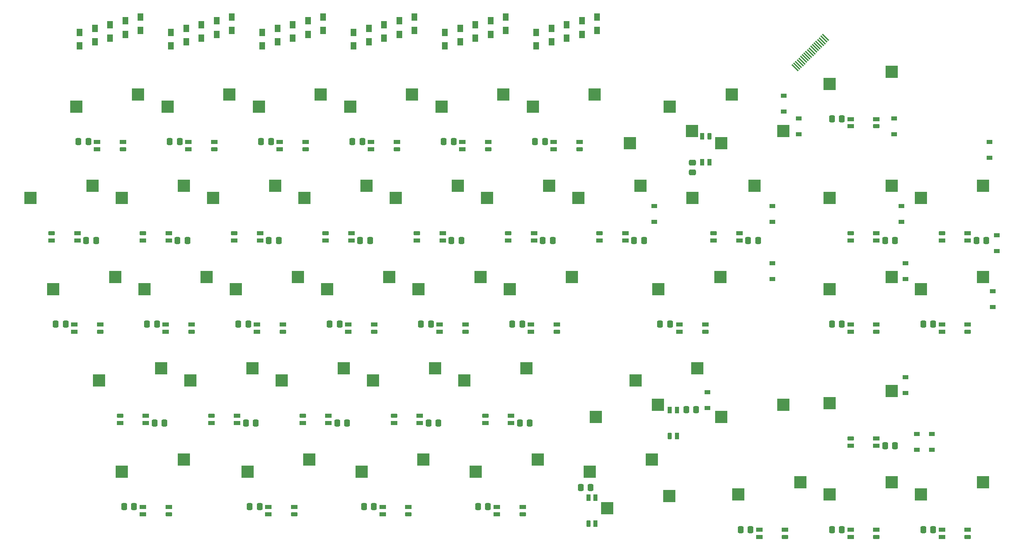
<source format=gbp>
%TF.GenerationSoftware,KiCad,Pcbnew,(6.0.5)*%
%TF.CreationDate,2022-07-21T21:28:30-06:00*%
%TF.ProjectId,kb_right,6b625f72-6967-4687-942e-6b696361645f,rev?*%
%TF.SameCoordinates,Original*%
%TF.FileFunction,Paste,Bot*%
%TF.FilePolarity,Positive*%
%FSLAX46Y46*%
G04 Gerber Fmt 4.6, Leading zero omitted, Abs format (unit mm)*
G04 Created by KiCad (PCBNEW (6.0.5)) date 2022-07-21 21:28:30*
%MOMM*%
%LPD*%
G01*
G04 APERTURE LIST*
G04 Aperture macros list*
%AMRoundRect*
0 Rectangle with rounded corners*
0 $1 Rounding radius*
0 $2 $3 $4 $5 $6 $7 $8 $9 X,Y pos of 4 corners*
0 Add a 4 corners polygon primitive as box body*
4,1,4,$2,$3,$4,$5,$6,$7,$8,$9,$2,$3,0*
0 Add four circle primitives for the rounded corners*
1,1,$1+$1,$2,$3*
1,1,$1+$1,$4,$5*
1,1,$1+$1,$6,$7*
1,1,$1+$1,$8,$9*
0 Add four rect primitives between the rounded corners*
20,1,$1+$1,$2,$3,$4,$5,0*
20,1,$1+$1,$4,$5,$6,$7,0*
20,1,$1+$1,$6,$7,$8,$9,0*
20,1,$1+$1,$8,$9,$2,$3,0*%
%AMRotRect*
0 Rectangle, with rotation*
0 The origin of the aperture is its center*
0 $1 length*
0 $2 width*
0 $3 Rotation angle, in degrees counterclockwise*
0 Add horizontal line*
21,1,$1,$2,0,0,$3*%
G04 Aperture macros list end*
%ADD10R,2.550000X2.500000*%
%ADD11R,1.200000X1.600000*%
%ADD12RoundRect,0.250000X-0.337500X-0.475000X0.337500X-0.475000X0.337500X0.475000X-0.337500X0.475000X0*%
%ADD13R,1.200000X0.900000*%
%ADD14RoundRect,0.250000X0.337500X0.475000X-0.337500X0.475000X-0.337500X-0.475000X0.337500X-0.475000X0*%
%ADD15R,1.400000X0.820000*%
%ADD16RoundRect,0.205000X0.495000X0.205000X-0.495000X0.205000X-0.495000X-0.205000X0.495000X-0.205000X0*%
%ADD17RoundRect,0.205000X-0.495000X-0.205000X0.495000X-0.205000X0.495000X0.205000X-0.495000X0.205000X0*%
%ADD18RoundRect,0.250000X-0.475000X0.337500X-0.475000X-0.337500X0.475000X-0.337500X0.475000X0.337500X0*%
%ADD19R,0.820000X1.400000*%
%ADD20RoundRect,0.205000X0.205000X-0.495000X0.205000X0.495000X-0.205000X0.495000X-0.205000X-0.495000X0*%
%ADD21RoundRect,0.205000X-0.205000X0.495000X-0.205000X-0.495000X0.205000X-0.495000X0.205000X0.495000X0*%
%ADD22RotRect,1.900000X0.300000X315.000000*%
G04 APERTURE END LIST*
D10*
%TO.C,MX16*%
X153252500Y-73660000D03*
X166179500Y-71120000D03*
%TD*%
D11*
%TO.C,D15*%
X153987500Y-36700000D03*
X153987500Y-39500000D03*
%TD*%
D10*
%TO.C,MX34*%
X205640000Y-116522500D03*
X218567000Y-113982500D03*
%TD*%
%TO.C,MX11*%
X58002500Y-73660000D03*
X70929500Y-71120000D03*
%TD*%
%TO.C,MX4*%
X105627500Y-54610000D03*
X118554500Y-52070000D03*
%TD*%
D11*
%TO.C,D11*%
X77787500Y-36700000D03*
X77787500Y-39500000D03*
%TD*%
%TO.C,D13*%
X115887500Y-36700000D03*
X115887500Y-39500000D03*
%TD*%
D10*
%TO.C,MX6*%
X143727500Y-54610000D03*
X156654500Y-52070000D03*
%TD*%
D11*
%TO.C,D12*%
X96837500Y-36700000D03*
X96837500Y-39500000D03*
%TD*%
%TO.C,D37*%
X68262500Y-39081250D03*
X68262500Y-41881250D03*
%TD*%
D10*
%TO.C,MX33*%
X165158750Y-111760000D03*
X178085750Y-109220000D03*
%TD*%
D11*
%TO.C,D41*%
X144462500Y-39081250D03*
X144462500Y-41881250D03*
%TD*%
D10*
%TO.C,MX32*%
X129440000Y-111760000D03*
X142367000Y-109220000D03*
%TD*%
%TO.C,MX38*%
X108008750Y-130810000D03*
X120935750Y-128270000D03*
%TD*%
D11*
%TO.C,D39*%
X106362500Y-39081250D03*
X106362500Y-41881250D03*
%TD*%
D10*
%TO.C,MX43*%
X224690000Y-135572500D03*
X237617000Y-133032500D03*
%TD*%
D11*
%TO.C,D5*%
X138112500Y-35906250D03*
X138112500Y-38706250D03*
%TD*%
%TO.C,D29*%
X71437500Y-38287500D03*
X71437500Y-41087500D03*
%TD*%
D10*
%TO.C,MX17*%
X177065000Y-73660000D03*
X189992000Y-71120000D03*
%TD*%
%TO.C,MX8*%
X195997500Y-59690000D03*
X183070500Y-62230000D03*
%TD*%
D11*
%TO.C,D6*%
X157162500Y-35906250D03*
X157162500Y-38706250D03*
%TD*%
D10*
%TO.C,MX14*%
X115152500Y-73660000D03*
X128079500Y-71120000D03*
%TD*%
%TO.C,MX24*%
X138965000Y-92710000D03*
X151892000Y-90170000D03*
%TD*%
%TO.C,MX40*%
X155633750Y-130810000D03*
X168560750Y-128270000D03*
%TD*%
%TO.C,MX1*%
X48477500Y-54610000D03*
X61404500Y-52070000D03*
%TD*%
%TO.C,MX9*%
X205640000Y-49847500D03*
X218567000Y-47307500D03*
%TD*%
%TO.C,MX28*%
X53240000Y-111760000D03*
X66167000Y-109220000D03*
%TD*%
D11*
%TO.C,D33*%
X147637500Y-38287500D03*
X147637500Y-41087500D03*
%TD*%
%TO.C,D22*%
X112712500Y-37493750D03*
X112712500Y-40293750D03*
%TD*%
D10*
%TO.C,MX42*%
X205640000Y-135572500D03*
X218567000Y-133032500D03*
%TD*%
D11*
%TO.C,D14*%
X134937500Y-36700000D03*
X134937500Y-39500000D03*
%TD*%
%TO.C,D40*%
X125412500Y-39081250D03*
X125412500Y-41881250D03*
%TD*%
%TO.C,D32*%
X128587500Y-38287500D03*
X128587500Y-41087500D03*
%TD*%
%TO.C,D20*%
X74612500Y-37493750D03*
X74612500Y-40293750D03*
%TD*%
D10*
%TO.C,MX18*%
X205640000Y-73660000D03*
X218567000Y-71120000D03*
%TD*%
%TO.C,MX3*%
X86577500Y-54610000D03*
X99504500Y-52070000D03*
%TD*%
%TO.C,MX31*%
X110390000Y-111760000D03*
X123317000Y-109220000D03*
%TD*%
%TO.C,MX23*%
X119915000Y-92710000D03*
X132842000Y-90170000D03*
%TD*%
%TO.C,MX26*%
X205640000Y-92710000D03*
X218567000Y-90170000D03*
%TD*%
%TO.C,MX25*%
X169921250Y-92710000D03*
X182848250Y-90170000D03*
%TD*%
D11*
%TO.C,D30*%
X90487500Y-38287500D03*
X90487500Y-41087500D03*
%TD*%
D10*
%TO.C,MX15*%
X134202500Y-73660000D03*
X147129500Y-71120000D03*
%TD*%
D11*
%TO.C,D10*%
X58737500Y-36700000D03*
X58737500Y-39500000D03*
%TD*%
D10*
%TO.C,MX7*%
X176947500Y-59690000D03*
X164020500Y-62230000D03*
%TD*%
%TO.C,MX21*%
X81815000Y-92710000D03*
X94742000Y-90170000D03*
%TD*%
%TO.C,MX22*%
X100865000Y-92710000D03*
X113792000Y-90170000D03*
%TD*%
D11*
%TO.C,D36*%
X49212500Y-39081250D03*
X49212500Y-41881250D03*
%TD*%
D10*
%TO.C,MX2*%
X67527500Y-54610000D03*
X80454500Y-52070000D03*
%TD*%
D11*
%TO.C,D19*%
X55562500Y-37493750D03*
X55562500Y-40293750D03*
%TD*%
%TO.C,D24*%
X150812500Y-37493750D03*
X150812500Y-40293750D03*
%TD*%
D10*
%TO.C,MX7_1*%
X172302500Y-54610000D03*
X185229500Y-52070000D03*
%TD*%
%TO.C,MX20*%
X62765000Y-92710000D03*
X75692000Y-90170000D03*
%TD*%
%TO.C,MX32_1*%
X195997500Y-116840000D03*
X183070500Y-119380000D03*
%TD*%
%TO.C,MX37*%
X84196250Y-130810000D03*
X97123250Y-128270000D03*
%TD*%
%TO.C,MX36*%
X58002500Y-130810000D03*
X70929500Y-128270000D03*
%TD*%
%TO.C,MX32_2*%
X169803750Y-116840000D03*
X156876750Y-119380000D03*
%TD*%
%TO.C,MX40_1*%
X172185000Y-135890000D03*
X159258000Y-138430000D03*
%TD*%
%TO.C,MX39*%
X131821250Y-130810000D03*
X144748250Y-128270000D03*
%TD*%
D11*
%TO.C,D23*%
X131762500Y-37493750D03*
X131762500Y-40293750D03*
%TD*%
D10*
%TO.C,MX29*%
X72290000Y-111760000D03*
X85217000Y-109220000D03*
%TD*%
D11*
%TO.C,D2*%
X80962500Y-35906250D03*
X80962500Y-38706250D03*
%TD*%
D10*
%TO.C,MX13*%
X96102500Y-73660000D03*
X109029500Y-71120000D03*
%TD*%
%TO.C,MX19*%
X43715000Y-92710000D03*
X56642000Y-90170000D03*
%TD*%
%TO.C,MX10*%
X38952500Y-73660000D03*
X51879500Y-71120000D03*
%TD*%
%TO.C,MX27*%
X224690000Y-73660000D03*
X237617000Y-71120000D03*
%TD*%
D11*
%TO.C,D31*%
X109537500Y-38287500D03*
X109537500Y-41087500D03*
%TD*%
%TO.C,D28*%
X52387500Y-38287500D03*
X52387500Y-41087500D03*
%TD*%
D10*
%TO.C,MX30*%
X91340000Y-111760000D03*
X104267000Y-109220000D03*
%TD*%
%TO.C,MX35*%
X224690000Y-92710000D03*
X237617000Y-90170000D03*
%TD*%
D11*
%TO.C,D3*%
X100012500Y-35906250D03*
X100012500Y-38706250D03*
%TD*%
D10*
%TO.C,MX5*%
X124677500Y-54610000D03*
X137604500Y-52070000D03*
%TD*%
D11*
%TO.C,D4*%
X119062500Y-35906250D03*
X119062500Y-38706250D03*
%TD*%
D10*
%TO.C,MX41*%
X186590000Y-135572500D03*
X199517000Y-133032500D03*
%TD*%
D11*
%TO.C,D21*%
X93662500Y-37493750D03*
X93662500Y-40293750D03*
%TD*%
D10*
%TO.C,MX12*%
X77052500Y-73660000D03*
X89979500Y-71120000D03*
%TD*%
D11*
%TO.C,D1*%
X61912500Y-35906250D03*
X61912500Y-38706250D03*
%TD*%
%TO.C,D38*%
X87312500Y-39081250D03*
X87312500Y-41881250D03*
%TD*%
D12*
%TO.C,C118*%
X236293750Y-82550000D03*
X238368750Y-82550000D03*
%TD*%
D13*
%TO.C,D35*%
X239712500Y-96392000D03*
X239712500Y-93092000D03*
%TD*%
D12*
%TO.C,C115*%
X164856250Y-82550000D03*
X166931250Y-82550000D03*
%TD*%
D14*
%TO.C,C101*%
X51043750Y-61912500D03*
X48968750Y-61912500D03*
%TD*%
D15*
%TO.C,D110*%
X67787500Y-82506250D03*
X67787500Y-81006250D03*
D16*
X62387500Y-81006250D03*
D15*
X62387500Y-82506250D03*
%TD*%
D14*
%TO.C,C103*%
X89143750Y-61912500D03*
X87068750Y-61912500D03*
%TD*%
D12*
%TO.C,C113*%
X126756250Y-82550000D03*
X128831250Y-82550000D03*
%TD*%
D14*
%TO.C,C122*%
X103431250Y-100012500D03*
X101356250Y-100012500D03*
%TD*%
D15*
%TO.C,D125*%
X174306250Y-100056250D03*
X174306250Y-101556250D03*
D17*
X179706250Y-101556250D03*
D15*
X179706250Y-100056250D03*
%TD*%
D12*
%TO.C,C129*%
X83893750Y-120650000D03*
X85968750Y-120650000D03*
%TD*%
D14*
%TO.C,C105*%
X127243750Y-61912500D03*
X125168750Y-61912500D03*
%TD*%
D15*
%TO.C,D138*%
X136206250Y-138156250D03*
X136206250Y-139656250D03*
D17*
X141606250Y-139656250D03*
D15*
X141606250Y-138156250D03*
%TD*%
D14*
%TO.C,C135*%
X60568750Y-138112500D03*
X58493750Y-138112500D03*
%TD*%
D15*
%TO.C,D113*%
X124937500Y-82506250D03*
X124937500Y-81006250D03*
D16*
X119537500Y-81006250D03*
D15*
X119537500Y-82506250D03*
%TD*%
%TO.C,D111*%
X86837500Y-82506250D03*
X86837500Y-81006250D03*
D16*
X81437500Y-81006250D03*
D15*
X81437500Y-82506250D03*
%TD*%
%TO.C,D128*%
X63025000Y-120606250D03*
X63025000Y-119106250D03*
D16*
X57625000Y-119106250D03*
D15*
X57625000Y-120606250D03*
%TD*%
D14*
%TO.C,C138*%
X134387500Y-138112500D03*
X132312500Y-138112500D03*
%TD*%
D15*
%TO.C,D115*%
X163037500Y-82506250D03*
X163037500Y-81006250D03*
D16*
X157637500Y-81006250D03*
D15*
X157637500Y-82506250D03*
%TD*%
%TO.C,D136*%
X88581250Y-138156250D03*
X88581250Y-139656250D03*
D17*
X93981250Y-139656250D03*
D15*
X93981250Y-138156250D03*
%TD*%
D13*
%TO.C,D18*%
X220662500Y-78643750D03*
X220662500Y-75343750D03*
%TD*%
D15*
%TO.C,D140*%
X190975000Y-142918750D03*
X190975000Y-144418750D03*
D17*
X196375000Y-144418750D03*
D15*
X196375000Y-142918750D03*
%TD*%
%TO.C,D104*%
X110012500Y-61956250D03*
X110012500Y-63456250D03*
D17*
X115412500Y-63456250D03*
D15*
X115412500Y-61956250D03*
%TD*%
%TO.C,D114*%
X143987500Y-82506250D03*
X143987500Y-81006250D03*
D16*
X138587500Y-81006250D03*
D15*
X138587500Y-82506250D03*
%TD*%
D13*
%TO.C,D27*%
X240506250Y-84708000D03*
X240506250Y-81408000D03*
%TD*%
D15*
%TO.C,D135*%
X62387500Y-138156250D03*
X62387500Y-139656250D03*
D17*
X67787500Y-139656250D03*
D15*
X67787500Y-138156250D03*
%TD*%
%TO.C,D120*%
X67150000Y-100056250D03*
X67150000Y-101556250D03*
D17*
X72550000Y-101556250D03*
D15*
X72550000Y-100056250D03*
%TD*%
%TO.C,D126*%
X210025000Y-100056250D03*
X210025000Y-101556250D03*
D17*
X215425000Y-101556250D03*
D15*
X215425000Y-100056250D03*
%TD*%
D18*
%TO.C,C107*%
X177006250Y-66272500D03*
X177006250Y-68347500D03*
%TD*%
D15*
%TO.C,D122*%
X105250000Y-100056250D03*
X105250000Y-101556250D03*
D17*
X110650000Y-101556250D03*
D15*
X110650000Y-100056250D03*
%TD*%
D14*
%TO.C,C125*%
X172360500Y-100012500D03*
X170285500Y-100012500D03*
%TD*%
D12*
%TO.C,C114*%
X145806250Y-82550000D03*
X147881250Y-82550000D03*
%TD*%
D14*
%TO.C,C104*%
X108193750Y-61912500D03*
X106118750Y-61912500D03*
%TD*%
D13*
%TO.C,D26*%
X221456250Y-87250000D03*
X221456250Y-90550000D03*
%TD*%
D15*
%TO.C,D129*%
X82075000Y-120606250D03*
X82075000Y-119106250D03*
D16*
X76675000Y-119106250D03*
D15*
X76675000Y-120606250D03*
%TD*%
%TO.C,D112*%
X105887500Y-82506250D03*
X105887500Y-81006250D03*
D16*
X100487500Y-81006250D03*
D15*
X100487500Y-82506250D03*
%TD*%
%TO.C,D141*%
X210025000Y-142918750D03*
X210025000Y-144418750D03*
D17*
X215425000Y-144418750D03*
D15*
X215425000Y-142918750D03*
%TD*%
%TO.C,D131*%
X120175000Y-120606250D03*
X120175000Y-119106250D03*
D16*
X114775000Y-119106250D03*
D15*
X114775000Y-120606250D03*
%TD*%
D13*
%TO.C,D43*%
X227012500Y-122968750D03*
X227012500Y-126268750D03*
%TD*%
D15*
%TO.C,D105*%
X129062500Y-61956250D03*
X129062500Y-63456250D03*
D17*
X134462500Y-63456250D03*
D15*
X134462500Y-61956250D03*
%TD*%
D12*
%TO.C,C116*%
X188668750Y-82550000D03*
X190743750Y-82550000D03*
%TD*%
%TO.C,C133*%
X175746500Y-117856000D03*
X177821500Y-117856000D03*
%TD*%
D14*
%TO.C,C121*%
X84381250Y-100012500D03*
X82306250Y-100012500D03*
%TD*%
D15*
%TO.C,D119*%
X48100000Y-100056250D03*
X48100000Y-101556250D03*
D17*
X53500000Y-101556250D03*
D15*
X53500000Y-100056250D03*
%TD*%
D14*
%TO.C,C142*%
X227256250Y-142875000D03*
X225181250Y-142875000D03*
%TD*%
D12*
%TO.C,C112*%
X107706250Y-82550000D03*
X109781250Y-82550000D03*
%TD*%
D15*
%TO.C,D130*%
X101125000Y-120606250D03*
X101125000Y-119106250D03*
D16*
X95725000Y-119106250D03*
D15*
X95725000Y-120606250D03*
%TD*%
D14*
%TO.C,C119*%
X46281250Y-100012500D03*
X44206250Y-100012500D03*
%TD*%
D13*
%TO.C,D7*%
X196056250Y-55625000D03*
X196056250Y-52325000D03*
%TD*%
D14*
%TO.C,C127*%
X227256250Y-100012500D03*
X225181250Y-100012500D03*
%TD*%
D15*
%TO.C,D108*%
X210025000Y-57193750D03*
X210025000Y-58693750D03*
D17*
X215425000Y-58693750D03*
D15*
X215425000Y-57193750D03*
%TD*%
%TO.C,D132*%
X139225000Y-120606250D03*
X139225000Y-119106250D03*
D16*
X133825000Y-119106250D03*
D15*
X133825000Y-120606250D03*
%TD*%
D14*
%TO.C,C139*%
X155818750Y-134143750D03*
X153743750Y-134143750D03*
%TD*%
D15*
%TO.C,D109*%
X48737500Y-82506250D03*
X48737500Y-81006250D03*
D16*
X43337500Y-81006250D03*
D15*
X43337500Y-82506250D03*
%TD*%
%TO.C,D124*%
X143350000Y-100056250D03*
X143350000Y-101556250D03*
D17*
X148750000Y-101556250D03*
D15*
X148750000Y-100056250D03*
%TD*%
D14*
%TO.C,C102*%
X70093750Y-61912500D03*
X68018750Y-61912500D03*
%TD*%
D12*
%TO.C,C130*%
X102943750Y-120650000D03*
X105018750Y-120650000D03*
%TD*%
D15*
%TO.C,D121*%
X86200000Y-100056250D03*
X86200000Y-101556250D03*
D17*
X91600000Y-101556250D03*
D15*
X91600000Y-100056250D03*
%TD*%
D14*
%TO.C,C120*%
X65331250Y-100012500D03*
X63256250Y-100012500D03*
%TD*%
D12*
%TO.C,C110*%
X69606250Y-82550000D03*
X71681250Y-82550000D03*
%TD*%
D13*
%TO.C,D25*%
X193675000Y-87250000D03*
X193675000Y-90550000D03*
%TD*%
D15*
%TO.C,D101*%
X52862500Y-61956250D03*
X52862500Y-63456250D03*
D17*
X58262500Y-63456250D03*
D15*
X58262500Y-61956250D03*
%TD*%
D12*
%TO.C,C132*%
X141043750Y-120650000D03*
X143118750Y-120650000D03*
%TD*%
D14*
%TO.C,C124*%
X141531250Y-100012500D03*
X139456250Y-100012500D03*
%TD*%
D13*
%TO.C,D8*%
X199231250Y-60387500D03*
X199231250Y-57087500D03*
%TD*%
D14*
%TO.C,C123*%
X122481250Y-100012500D03*
X120406250Y-100012500D03*
%TD*%
D12*
%TO.C,C109*%
X50556250Y-82550000D03*
X52631250Y-82550000D03*
%TD*%
D15*
%TO.C,D102*%
X71912500Y-61956250D03*
X71912500Y-63456250D03*
D17*
X77312500Y-63456250D03*
D15*
X77312500Y-61956250D03*
%TD*%
D14*
%TO.C,C106*%
X146293750Y-61912500D03*
X144218750Y-61912500D03*
%TD*%
D15*
%TO.C,D103*%
X90962500Y-61956250D03*
X90962500Y-63456250D03*
D17*
X96362500Y-63456250D03*
D15*
X96362500Y-61956250D03*
%TD*%
D13*
%TO.C,D44*%
X239014000Y-65277000D03*
X239014000Y-61977000D03*
%TD*%
D12*
%TO.C,C134*%
X217243750Y-125412500D03*
X219318750Y-125412500D03*
%TD*%
D14*
%TO.C,C136*%
X86762500Y-138112500D03*
X84687500Y-138112500D03*
%TD*%
D13*
%TO.C,D42*%
X223837500Y-122968750D03*
X223837500Y-126268750D03*
%TD*%
D14*
%TO.C,C140*%
X189156250Y-142875000D03*
X187081250Y-142875000D03*
%TD*%
D13*
%TO.C,D33_1*%
X180181250Y-114237500D03*
X180181250Y-117537500D03*
%TD*%
D12*
%TO.C,C117*%
X217243750Y-82550000D03*
X219318750Y-82550000D03*
%TD*%
%TO.C,C111*%
X88656250Y-82550000D03*
X90731250Y-82550000D03*
%TD*%
D15*
%TO.C,D137*%
X112393750Y-138156250D03*
X112393750Y-139656250D03*
D17*
X117793750Y-139656250D03*
D15*
X117793750Y-138156250D03*
%TD*%
D12*
%TO.C,C128*%
X64843750Y-120650000D03*
X66918750Y-120650000D03*
%TD*%
D13*
%TO.C,D16*%
X169068750Y-78643750D03*
X169068750Y-75343750D03*
%TD*%
D14*
%TO.C,C137*%
X110575000Y-138112500D03*
X108500000Y-138112500D03*
%TD*%
D15*
%TO.C,D117*%
X215425000Y-82506250D03*
X215425000Y-81006250D03*
D16*
X210025000Y-81006250D03*
D15*
X210025000Y-82506250D03*
%TD*%
D13*
%TO.C,D34*%
X221456250Y-111062500D03*
X221456250Y-114362500D03*
%TD*%
D12*
%TO.C,C131*%
X121993750Y-120650000D03*
X124068750Y-120650000D03*
%TD*%
D15*
%TO.C,D118*%
X234475000Y-82506250D03*
X234475000Y-81006250D03*
D16*
X229075000Y-81006250D03*
D15*
X229075000Y-82506250D03*
%TD*%
%TO.C,D106*%
X148112500Y-61956250D03*
X148112500Y-63456250D03*
D17*
X153512500Y-63456250D03*
D15*
X153512500Y-61956250D03*
%TD*%
%TO.C,D123*%
X124300000Y-100056250D03*
X124300000Y-101556250D03*
D17*
X129700000Y-101556250D03*
D15*
X129700000Y-100056250D03*
%TD*%
D14*
%TO.C,C141*%
X208206250Y-142875000D03*
X206131250Y-142875000D03*
%TD*%
D13*
%TO.C,D9*%
X219075000Y-60387500D03*
X219075000Y-57087500D03*
%TD*%
D19*
%TO.C,D107*%
X179082000Y-66200000D03*
X180582000Y-66200000D03*
D20*
X180582000Y-60800000D03*
D19*
X179082000Y-60800000D03*
%TD*%
D15*
%TO.C,D134*%
X215425000Y-125368750D03*
X215425000Y-123868750D03*
D16*
X210025000Y-123868750D03*
D15*
X210025000Y-125368750D03*
%TD*%
D19*
%TO.C,D139*%
X156833000Y-136206250D03*
X155333000Y-136206250D03*
D21*
X155333000Y-141606250D03*
D19*
X156833000Y-141606250D03*
%TD*%
D15*
%TO.C,D127*%
X229075000Y-100056250D03*
X229075000Y-101556250D03*
D17*
X234475000Y-101556250D03*
D15*
X234475000Y-100056250D03*
%TD*%
%TO.C,D116*%
X186850000Y-82506250D03*
X186850000Y-81006250D03*
D16*
X181450000Y-81006250D03*
D15*
X181450000Y-82506250D03*
%TD*%
%TO.C,D142*%
X229075000Y-142918750D03*
X229075000Y-144418750D03*
D17*
X234475000Y-144418750D03*
D15*
X234475000Y-142918750D03*
%TD*%
D14*
%TO.C,C126*%
X208206250Y-100012500D03*
X206131250Y-100012500D03*
%TD*%
D13*
%TO.C,D17*%
X193675000Y-78643750D03*
X193675000Y-75343750D03*
%TD*%
D22*
%TO.C,J1*%
X204819139Y-40145375D03*
X204465586Y-40498928D03*
X204112032Y-40852481D03*
X203758479Y-41206035D03*
X203404925Y-41559588D03*
X203051372Y-41913142D03*
X202697819Y-42266695D03*
X202344265Y-42620248D03*
X201990712Y-42973802D03*
X201637158Y-43327355D03*
X201283605Y-43680908D03*
X200930052Y-44034462D03*
X200576498Y-44388015D03*
X200222945Y-44741569D03*
X199869392Y-45095122D03*
X199515838Y-45448675D03*
X199162285Y-45802229D03*
X198808731Y-46155782D03*
X198455178Y-46509336D03*
%TD*%
D14*
%TO.C,C108*%
X208206250Y-57150000D03*
X206131250Y-57150000D03*
%TD*%
D19*
%TO.C,D133*%
X173787500Y-117950000D03*
X172287500Y-117950000D03*
D21*
X172287500Y-123350000D03*
D19*
X173787500Y-123350000D03*
%TD*%
M02*

</source>
